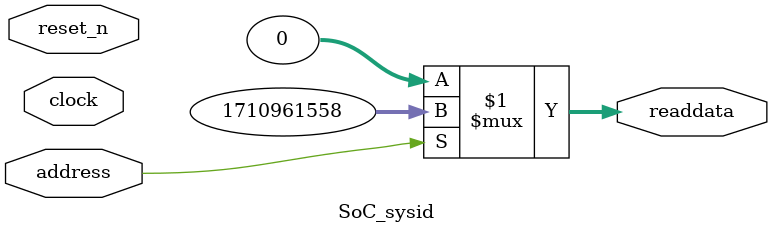
<source format=v>

`timescale 1ns / 1ps
// synthesis translate_on

// turn off superfluous verilog processor warnings 
// altera message_level Level1 
// altera message_off 10034 10035 10036 10037 10230 10240 10030 

module SoC_sysid (
               // inputs:
                address,
                clock,
                reset_n,

               // outputs:
                readdata
             )
;

  output  [ 31: 0] readdata;
  input            address;
  input            clock;
  input            reset_n;

  wire    [ 31: 0] readdata;
  //control_slave, which is an e_avalon_slave
  assign readdata = address ? 1710961558 : 0;

endmodule




</source>
